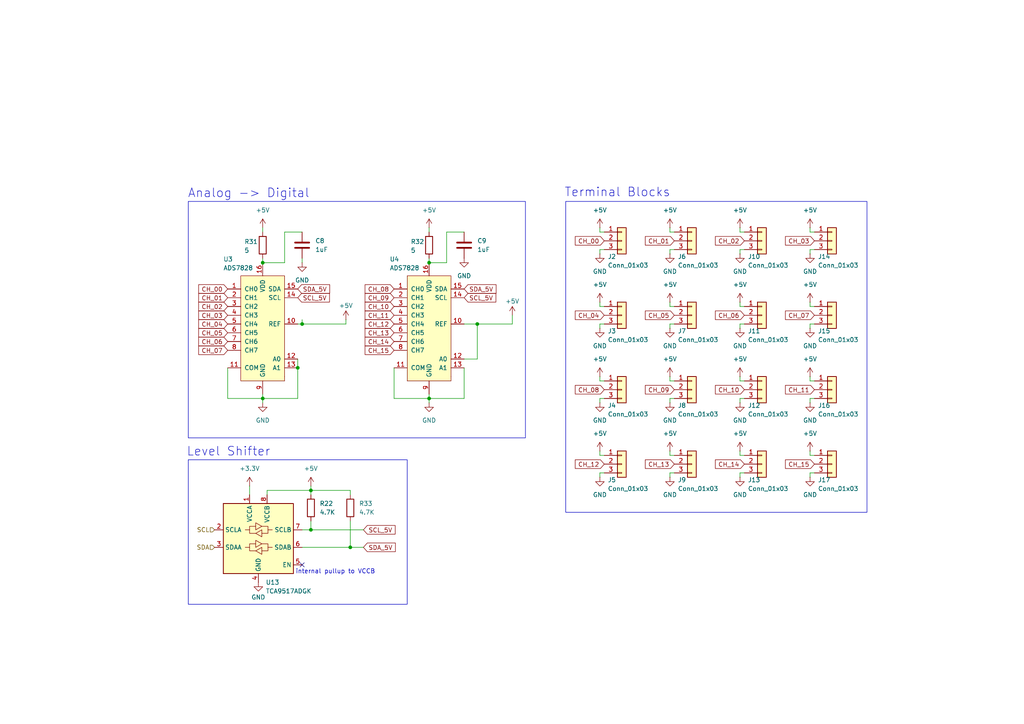
<source format=kicad_sch>
(kicad_sch (version 20250114) (generator "eeschema") (generator_version "9.0")
  (paper "A4")
  (lib_symbols
    (symbol "Analog_ADC:ADS7828" (pin_names (offset 1.016))
      (property "Reference" "U" (at -5.08 15.24 0))
      (property "Value" "ADS7828" (at 5.08 15.24 0))
      (symbol "ADS7828_0_1"
        (rectangle (start -6.35 13.97) (end 6.35 -16.51) (fill (type background)))
        (rectangle (start 6.35 -15.24) (end 6.35 -15.24))
      )
      (symbol "ADS7828_1_1"
        (pin input line (at -10.16 10.16 0) (length 3.81) (name "CH0") (number "1"))
        (pin input line (at -10.16 7.62 0) (length 3.81) (name "CH1") (number "2"))
        (pin input line (at -10.16 5.08 0) (length 3.81) (name "CH2") (number "3"))
        (pin input line (at -10.16 2.54 0) (length 3.81) (name "CH3") (number "4"))
        (pin input line (at -10.16 0 0) (length 3.81) (name "CH4") (number "5"))
        (pin input line (at -10.16 -2.54 0) (length 3.81) (name "CH5") (number "6"))
        (pin input line (at -10.16 -5.08 0) (length 3.81) (name "CH6") (number "7"))
        (pin input line (at -10.16 -7.62 0) (length 3.81) (name "CH7") (number "8"))
        (pin input line (at -10.16 -12.7 0) (length 3.81) (name "COM") (number "11"))
        (pin power_in line (at 0 17.78 270) (length 3.81) (name "VDD") (number "16"))
        (pin power_in line (at 0 -20.32 90) (length 3.81) (name "GND") (number "9"))
        (pin bidirectional line (at 10.16 10.16 180) (length 3.81) (name "SDA") (number "15"))
        (pin input line (at 10.16 7.62 180) (length 3.81) (name "SCL") (number "14"))
        (pin bidirectional line (at 10.16 0 180) (length 3.81) (name "REF") (number "10"))
        (pin input line (at 10.16 -10.16 180) (length 3.81) (name "A0") (number "12"))
        (pin input line (at 10.16 -12.7 180) (length 3.81) (name "A1") (number "13"))
      )
    )
    (symbol "Connector_Generic:Conn_01x03" (pin_names (offset 1.016) (hide yes))
      (property "Reference" "J" (at 0 5.08 0))
      (property "Value" "Conn_01x03" (at 0 -5.08 0))
      (symbol "Conn_01x03_1_1"
        (rectangle (start -1.27 3.81) (end 1.27 -3.81) (stroke (width 0.254)) (fill (type background)))
        (rectangle (start -1.27 2.667) (end 0 2.413) (stroke (width 0.1524)))
        (rectangle (start -1.27 0.127) (end 0 -0.127) (stroke (width 0.1524)))
        (rectangle (start -1.27 -2.413) (end 0 -2.667) (stroke (width 0.1524)))
        (pin passive line (at -5.08 2.54 0) (length 3.81) (name "Pin_1") (number "1"))
        (pin passive line (at -5.08 0 0) (length 3.81) (name "Pin_2") (number "2"))
        (pin passive line (at -5.08 -2.54 0) (length 3.81) (name "Pin_3") (number "3"))
      )
    )
    (symbol "Device:C" (pin_numbers (hide yes)) (pin_names (offset 0.254))
      (property "Reference" "C" (at 0.635 2.54 0))
      (property "Value" "C" (at 0.635 -2.54 0))
      (symbol "C_0_1"
        (polyline (pts (xy -2.032 0.762) (xy 2.032 0.762)) (stroke (width 0.508)))
        (polyline (pts (xy -2.032 -0.762) (xy 2.032 -0.762)) (stroke (width 0.508)))
      )
      (symbol "C_1_1"
        (pin passive line (at 0 3.81 270) (length 2.794) (name "~") (number "1"))
        (pin passive line (at 0 -3.81 90) (length 2.794) (name "~") (number "2"))
      )
    )
    (symbol "Device:R" (pin_numbers (hide yes)) (pin_names (offset 0))
      (property "Reference" "R" (at 2.032 0 90))
      (property "Value" "R" (at 0 0 90))
      (symbol "R_0_1"
        (rectangle (start -1.016 -2.54) (end 1.016 2.54) (stroke (width 0.254)))
      )
      (symbol "R_1_1"
        (pin passive line (at 0 3.81 270) (length 1.27) (name "~") (number "1"))
        (pin passive line (at 0 -3.81 90) (length 1.27) (name "~") (number "2"))
      )
    )
    (symbol "Logic_LevelTranslator:TCA9517ADGK"
      (property "Reference" "U" (at -10.16 11.43 0))
      (property "Value" "TCA9517ADGK" (at 1.27 -11.43 0))
      (symbol "TCA9517ADGK_1_1"
        (rectangle (start -10.16 10.16) (end 10.16 -10.16) (stroke (width 0.254)) (fill (type background)))
        (polyline (pts (xy -2.54 2.54) (xy -2.54 3.556) (xy -0.762 3.556)))
        (polyline (pts (xy -2.54 -2.54) (xy -2.54 -1.524) (xy -0.762 -1.524)))
        (polyline (pts (xy -0.762 2.54) (xy -0.762 4.572) (xy 1.016 3.556) (xy -0.762 2.54)))
        (polyline (pts (xy -0.762 1.524) (xy -2.54 1.524) (xy -2.54 2.54) (xy -3.81 2.54)))
        (polyline (pts (xy -0.762 -2.54) (xy -0.762 -0.508) (xy 1.016 -1.524) (xy -0.762 -2.54)))
        (polyline (pts (xy -0.762 -3.556) (xy -2.54 -3.556) (xy -2.54 -2.54) (xy -3.81 -2.54)))
        (polyline (pts (xy 1.016 3.556) (xy 2.794 3.556) (xy 2.794 2.54) (xy 4.064 2.54)))
        (polyline (pts (xy 1.016 2.54) (xy 1.016 0.762) (xy 1.016 0.508) (xy -0.762 1.524) (xy 1.016 2.54)))
        (polyline (pts (xy 1.016 -1.524) (xy 2.794 -1.524) (xy 2.794 -2.54) (xy 4.064 -2.54)))
        (polyline (pts (xy 1.016 -2.54) (xy 1.016 -4.318) (xy 1.016 -4.572) (xy -0.762 -3.556) (xy 1.016 -2.54)))
        (polyline (pts (xy 2.794 2.54) (xy 2.794 1.524) (xy 1.016 1.524)))
        (polyline (pts (xy 2.794 -2.54) (xy 2.794 -3.556) (xy 1.016 -3.556)))
        (pin bidirectional line (at -12.7 2.54 0) (length 2.54) (name "SCLA") (number "2"))
        (pin bidirectional line (at -12.7 -2.54 0) (length 2.54) (name "SDAA") (number "3"))
        (pin power_in line (at -2.54 12.7 270) (length 2.54) (name "VCCA") (number "1"))
        (pin power_in line (at 0 -12.7 90) (length 2.54) (name "GND") (number "4"))
        (pin power_in line (at 2.54 12.7 270) (length 2.54) (name "VCCB") (number "8"))
        (pin bidirectional line (at 12.7 2.54 180) (length 2.54) (name "SCLB") (number "7"))
        (pin bidirectional line (at 12.7 -2.54 180) (length 2.54) (name "SDAB") (number "6"))
        (pin passive line (at 12.7 -7.62 180) (length 2.54) (name "EN") (number "5"))
      )
    )
    (symbol "power:+3.3V" (power) (pin_numbers (hide yes)) (pin_names (offset 0) (hide yes))
      (property "Value" "+3.3V" (at 0 3.556 0))
      (symbol "+3.3V_0_1"
        (polyline (pts (xy -0.762 1.27) (xy 0 2.54)))
        (polyline (pts (xy 0 2.54) (xy 0.762 1.27)))
        (polyline (pts (xy 0 0) (xy 0 2.54)))
      )
      (symbol "+3.3V_1_1"
        (pin power_in line (at 0 0 90) (length 0) (name "~") (number "1"))
      )
    )
    (symbol "power:+5V" (power) (pin_numbers (hide yes)) (pin_names (offset 0) (hide yes))
      (property "Value" "+5V" (at 0 3.556 0))
      (symbol "+5V_0_1"
        (polyline (pts (xy -0.762 1.27) (xy 0 2.54)))
        (polyline (pts (xy 0 2.54) (xy 0.762 1.27)))
        (polyline (pts (xy 0 0) (xy 0 2.54)))
      )
      (symbol "+5V_1_1"
        (pin power_in line (at 0 0 90) (length 0) (name "~") (number "1"))
      )
    )
    (symbol "power:GND" (power) (pin_numbers (hide yes)) (pin_names (offset 0) (hide yes))
      (property "Value" "GND" (at 0 -3.81 0))
      (symbol "GND_0_1"
        (polyline (pts (xy 0 0) (xy 0 -1.27) (xy 1.27 -1.27) (xy 0 -2.54) (xy -1.27 -1.27) (xy 0 -1.27)))
      )
      (symbol "GND_1_1"
        (pin power_in line (at 0 0 270) (length 0) (name "~") (number "1"))
      )
    )
  )
  (rectangle (start 54.61 58.42) (end 152.4 127))
  (rectangle (start 54.61 133.35) (end 118.11 175.26))
  (rectangle (start 164.084 58.42) (end 251.46 148.59))
  (text "Terminal Blocks" (at 179.07 55.88 0) (effects (font (size 2.54 2.54))))
  (text "Analog -> Digital" (at 72.136 56.134 0) (effects (font (size 2.54 2.54))))
  (text "Level Shifter" (at 66.294 131.064 0) (effects (font (size 2.54 2.54))))
  (text "internal pullup to VCCB" (at 97.282 165.862 0) (effects (font (size 1.27 1.27))))
  (junction (at 124.46 115.57))
  (junction (at 124.46 76.2))
  (junction (at 76.2 115.57))
  (junction (at 86.36 106.68))
  (junction (at 76.2 76.2))
  (junction (at 87.63 93.98))
  (junction (at 90.17 142.24))
  (junction (at 101.6 158.75))
  (junction (at 138.43 93.98))
  (junction (at 90.17 153.67))
  (no_connect (at 87.63 163.83))
  (wire (pts (xy 87.63 158.75) (xy 101.6 158.75)))
  (wire (pts (xy 214.63 138.43) (xy 214.63 137.16)))
  (wire (pts (xy 214.63 72.39) (xy 215.9 72.39)))
  (wire (pts (xy 234.95 66.04) (xy 234.95 67.31)))
  (wire (pts (xy 214.63 66.04) (xy 214.63 67.31)))
  (wire (pts (xy 66.04 106.68) (xy 66.04 115.57)))
  (wire (pts (xy 90.17 153.67) (xy 105.41 153.67)))
  (wire (pts (xy 234.95 67.31) (xy 236.22 67.31)))
  (wire (pts (xy 234.95 95.25) (xy 234.95 93.98)))
  (wire (pts (xy 194.31 66.04) (xy 194.31 67.31)))
  (wire (pts (xy 66.04 115.57) (xy 76.2 115.57)))
  (wire (pts (xy 194.31 130.81) (xy 194.31 132.08)))
  (wire (pts (xy 234.95 93.98) (xy 236.22 93.98)))
  (wire (pts (xy 234.95 138.43) (xy 234.95 137.16)))
  (wire (pts (xy 101.6 143.51) (xy 101.6 142.24)))
  (wire (pts (xy 87.63 153.67) (xy 90.17 153.67)))
  (wire (pts (xy 173.99 95.25) (xy 173.99 93.98)))
  (wire (pts (xy 214.63 116.84) (xy 214.63 115.57)))
  (wire (pts (xy 173.99 110.49) (xy 175.26 110.49)))
  (wire (pts (xy 234.95 132.08) (xy 236.22 132.08)))
  (wire (pts (xy 194.31 72.39) (xy 195.58 72.39)))
  (wire (pts (xy 173.99 67.31) (xy 175.26 67.31)))
  (wire (pts (xy 214.63 130.81) (xy 214.63 132.08)))
  (wire (pts (xy 124.46 115.57) (xy 124.46 116.84)))
  (wire (pts (xy 214.63 137.16) (xy 215.9 137.16)))
  (wire (pts (xy 173.99 130.81) (xy 173.99 132.08)))
  (wire (pts (xy 86.36 104.14) (xy 86.36 106.68)))
  (wire (pts (xy 214.63 93.98) (xy 215.9 93.98)))
  (wire (pts (xy 77.47 142.24) (xy 77.47 143.51)))
  (wire (pts (xy 234.95 116.84) (xy 234.95 115.57)))
  (wire (pts (xy 194.31 95.25) (xy 194.31 93.98)))
  (wire (pts (xy 114.3 115.57) (xy 124.46 115.57)))
  (wire (pts (xy 173.99 115.57) (xy 175.26 115.57)))
  (wire (pts (xy 214.63 110.49) (xy 215.9 110.49)))
  (wire (pts (xy 214.63 88.9) (xy 215.9 88.9)))
  (wire (pts (xy 76.2 74.93) (xy 76.2 76.2)))
  (wire (pts (xy 124.46 76.2) (xy 129.54 76.2)))
  (wire (pts (xy 234.95 72.39) (xy 236.22 72.39)))
  (wire (pts (xy 214.63 67.31) (xy 215.9 67.31)))
  (wire (pts (xy 87.63 67.31) (xy 82.55 67.31)))
  (wire (pts (xy 129.54 67.31) (xy 129.54 76.2)))
  (wire (pts (xy 214.63 115.57) (xy 215.9 115.57)))
  (wire (pts (xy 124.46 114.3) (xy 124.46 115.57)))
  (wire (pts (xy 134.62 93.98) (xy 138.43 93.98)))
  (wire (pts (xy 134.62 104.14) (xy 138.43 104.14)))
  (wire (pts (xy 90.17 151.13) (xy 90.17 153.67)))
  (wire (pts (xy 194.31 93.98) (xy 195.58 93.98)))
  (wire (pts (xy 214.63 73.66) (xy 214.63 72.39)))
  (wire (pts (xy 90.17 143.51) (xy 90.17 142.24)))
  (wire (pts (xy 194.31 137.16) (xy 195.58 137.16)))
  (wire (pts (xy 234.95 115.57) (xy 236.22 115.57)))
  (wire (pts (xy 173.99 88.9) (xy 175.26 88.9)))
  (wire (pts (xy 77.47 142.24) (xy 90.17 142.24)))
  (wire (pts (xy 194.31 110.49) (xy 195.58 110.49)))
  (wire (pts (xy 214.63 87.63) (xy 214.63 88.9)))
  (wire (pts (xy 148.59 91.44) (xy 148.59 93.98)))
  (wire (pts (xy 76.2 115.57) (xy 86.36 115.57)))
  (wire (pts (xy 87.63 92.71) (xy 87.63 93.98)))
  (wire (pts (xy 72.39 140.97) (xy 72.39 143.51)))
  (wire (pts (xy 76.2 115.57) (xy 76.2 116.84)))
  (wire (pts (xy 138.43 93.98) (xy 138.43 104.14)))
  (wire (pts (xy 124.46 74.93) (xy 124.46 76.2)))
  (wire (pts (xy 86.36 115.57) (xy 86.36 106.68)))
  (wire (pts (xy 138.43 93.98) (xy 148.59 93.98)))
  (wire (pts (xy 114.3 106.68) (xy 114.3 115.57)))
  (wire (pts (xy 82.55 76.2) (xy 76.2 76.2)))
  (wire (pts (xy 194.31 109.22) (xy 194.31 110.49)))
  (wire (pts (xy 234.95 87.63) (xy 234.95 88.9)))
  (wire (pts (xy 82.55 67.31) (xy 82.55 76.2)))
  (wire (pts (xy 234.95 130.81) (xy 234.95 132.08)))
  (wire (pts (xy 134.62 106.68) (xy 134.62 115.57)))
  (wire (pts (xy 173.99 73.66) (xy 173.99 72.39)))
  (wire (pts (xy 173.99 137.16) (xy 175.26 137.16)))
  (wire (pts (xy 124.46 115.57) (xy 134.62 115.57)))
  (wire (pts (xy 90.17 142.24) (xy 101.6 142.24)))
  (wire (pts (xy 194.31 67.31) (xy 195.58 67.31)))
  (wire (pts (xy 173.99 132.08) (xy 175.26 132.08)))
  (wire (pts (xy 87.63 74.93) (xy 87.63 76.2)))
  (wire (pts (xy 214.63 95.25) (xy 214.63 93.98)))
  (wire (pts (xy 214.63 109.22) (xy 214.63 110.49)))
  (wire (pts (xy 234.95 88.9) (xy 236.22 88.9)))
  (wire (pts (xy 76.2 66.04) (xy 76.2 67.31)))
  (wire (pts (xy 194.31 88.9) (xy 195.58 88.9)))
  (wire (pts (xy 173.99 93.98) (xy 175.26 93.98)))
  (wire (pts (xy 234.95 137.16) (xy 236.22 137.16)))
  (wire (pts (xy 87.63 93.98) (xy 100.33 93.98)))
  (wire (pts (xy 173.99 138.43) (xy 173.99 137.16)))
  (wire (pts (xy 234.95 110.49) (xy 236.22 110.49)))
  (wire (pts (xy 234.95 73.66) (xy 234.95 72.39)))
  (wire (pts (xy 194.31 73.66) (xy 194.31 72.39)))
  (wire (pts (xy 194.31 132.08) (xy 195.58 132.08)))
  (wire (pts (xy 214.63 132.08) (xy 215.9 132.08)))
  (wire (pts (xy 194.31 116.84) (xy 194.31 115.57)))
  (wire (pts (xy 173.99 72.39) (xy 175.26 72.39)))
  (wire (pts (xy 194.31 138.43) (xy 194.31 137.16)))
  (wire (pts (xy 90.17 140.97) (xy 90.17 142.24)))
  (wire (pts (xy 101.6 158.75) (xy 105.41 158.75)))
  (wire (pts (xy 194.31 87.63) (xy 194.31 88.9)))
  (wire (pts (xy 194.31 115.57) (xy 195.58 115.57)))
  (wire (pts (xy 101.6 151.13) (xy 101.6 158.75)))
  (wire (pts (xy 173.99 109.22) (xy 173.99 110.49)))
  (wire (pts (xy 173.99 116.84) (xy 173.99 115.57)))
  (wire (pts (xy 86.36 93.98) (xy 87.63 93.98)))
  (wire (pts (xy 173.99 66.04) (xy 173.99 67.31)))
  (wire (pts (xy 134.62 67.31) (xy 129.54 67.31)))
  (wire (pts (xy 173.99 87.63) (xy 173.99 88.9)))
  (wire (pts (xy 234.95 109.22) (xy 234.95 110.49)))
  (wire (pts (xy 100.33 92.71) (xy 100.33 93.98)))
  (wire (pts (xy 76.2 114.3) (xy 76.2 115.57)))
  (wire (pts (xy 124.46 66.04) (xy 124.46 67.31)))
  (global_label "SCL_5V" (shape input) (at 134.62 86.36 0) (property "Intersheetrefs" "${INTERSHEET_REFS}" (effects (hide yes))))
  (global_label "CH_13" (shape input) (at 195.58 134.62 180) (property "Intersheetrefs" "${INTERSHEET_REFS}" (effects (hide yes))))
  (global_label "CH_07" (shape input) (at 66.04 101.6 180) (property "Intersheetrefs" "${INTERSHEET_REFS}" (effects (hide yes))))
  (global_label "CH_04" (shape input) (at 175.26 91.44 180) (property "Intersheetrefs" "${INTERSHEET_REFS}" (effects (hide yes))))
  (global_label "CH_07" (shape input) (at 236.22 91.44 180) (property "Intersheetrefs" "${INTERSHEET_REFS}" (effects (hide yes))))
  (global_label "CH_13" (shape input) (at 114.3 96.52 180) (property "Intersheetrefs" "${INTERSHEET_REFS}" (effects (hide yes))))
  (global_label "CH_00" (shape input) (at 66.04 83.82 180) (property "Intersheetrefs" "${INTERSHEET_REFS}" (effects (hide yes))))
  (global_label "CH_12" (shape input) (at 114.3 93.98 180) (property "Intersheetrefs" "${INTERSHEET_REFS}" (effects (hide yes))))
  (global_label "CH_01" (shape input) (at 195.58 69.85 180) (property "Intersheetrefs" "${INTERSHEET_REFS}" (effects (hide yes))))
  (global_label "CH_09" (shape input) (at 114.3 86.36 180) (property "Intersheetrefs" "${INTERSHEET_REFS}" (effects (hide yes))))
  (global_label "CH_02" (shape input) (at 66.04 88.9 180) (property "Intersheetrefs" "${INTERSHEET_REFS}" (effects (hide yes))))
  (global_label "CH_05" (shape input) (at 195.58 91.44 180) (property "Intersheetrefs" "${INTERSHEET_REFS}" (effects (hide yes))))
  (global_label "CH_12" (shape input) (at 175.26 134.62 180) (property "Intersheetrefs" "${INTERSHEET_REFS}" (effects (hide yes))))
  (global_label "CH_03" (shape input) (at 66.04 91.44 180) (property "Intersheetrefs" "${INTERSHEET_REFS}" (effects (hide yes))))
  (global_label "CH_03" (shape input) (at 236.22 69.85 180) (property "Intersheetrefs" "${INTERSHEET_REFS}" (effects (hide yes))))
  (global_label "CH_05" (shape input) (at 66.04 96.52 180) (property "Intersheetrefs" "${INTERSHEET_REFS}" (effects (hide yes))))
  (global_label "CH_11" (shape input) (at 114.3 91.44 180) (property "Intersheetrefs" "${INTERSHEET_REFS}" (effects (hide yes))))
  (global_label "SDA_5V" (shape input) (at 134.62 83.82 0) (property "Intersheetrefs" "${INTERSHEET_REFS}" (effects (hide yes))))
  (global_label "SCL_5V" (shape input) (at 105.41 153.67 0) (property "Intersheetrefs" "${INTERSHEET_REFS}" (effects (hide yes))))
  (global_label "CH_02" (shape input) (at 215.9 69.85 180) (property "Intersheetrefs" "${INTERSHEET_REFS}" (effects (hide yes))))
  (global_label "CH_14" (shape input) (at 215.9 134.62 180) (property "Intersheetrefs" "${INTERSHEET_REFS}" (effects (hide yes))))
  (global_label "CH_00" (shape input) (at 175.26 69.85 180) (property "Intersheetrefs" "${INTERSHEET_REFS}" (effects (hide yes))))
  (global_label "CH_04" (shape input) (at 66.04 93.98 180) (property "Intersheetrefs" "${INTERSHEET_REFS}" (effects (hide yes))))
  (global_label "CH_06" (shape input) (at 215.9 91.44 180) (property "Intersheetrefs" "${INTERSHEET_REFS}" (effects (hide yes))))
  (global_label "SDA_5V" (shape input) (at 105.41 158.75 0) (property "Intersheetrefs" "${INTERSHEET_REFS}" (effects (hide yes))))
  (global_label "SDA_5V" (shape input) (at 86.36 83.82 0) (property "Intersheetrefs" "${INTERSHEET_REFS}" (effects (hide yes))))
  (global_label "CH_01" (shape input) (at 66.04 86.36 180) (property "Intersheetrefs" "${INTERSHEET_REFS}" (effects (hide yes))))
  (global_label "CH_15" (shape input) (at 114.3 101.6 180) (property "Intersheetrefs" "${INTERSHEET_REFS}" (effects (hide yes))))
  (global_label "CH_10" (shape input) (at 215.9 113.03 180) (property "Intersheetrefs" "${INTERSHEET_REFS}" (effects (hide yes))))
  (global_label "CH_14" (shape input) (at 114.3 99.06 180) (property "Intersheetrefs" "${INTERSHEET_REFS}" (effects (hide yes))))
  (global_label "CH_08" (shape input) (at 114.3 83.82 180) (property "Intersheetrefs" "${INTERSHEET_REFS}" (effects (hide yes))))
  (global_label "CH_11" (shape input) (at 236.22 113.03 180) (property "Intersheetrefs" "${INTERSHEET_REFS}" (effects (hide yes))))
  (global_label "CH_09" (shape input) (at 195.58 113.03 180) (property "Intersheetrefs" "${INTERSHEET_REFS}" (effects (hide yes))))
  (global_label "CH_10" (shape input) (at 114.3 88.9 180) (property "Intersheetrefs" "${INTERSHEET_REFS}" (effects (hide yes))))
  (global_label "CH_06" (shape input) (at 66.04 99.06 180) (property "Intersheetrefs" "${INTERSHEET_REFS}" (effects (hide yes))))
  (global_label "CH_08" (shape input) (at 175.26 113.03 180) (property "Intersheetrefs" "${INTERSHEET_REFS}" (effects (hide yes))))
  (global_label "CH_15" (shape input) (at 236.22 134.62 180) (property "Intersheetrefs" "${INTERSHEET_REFS}" (effects (hide yes))))
  (global_label "SCL_5V" (shape input) (at 86.36 86.36 0) (property "Intersheetrefs" "${INTERSHEET_REFS}" (effects (hide yes))))
  (hierarchical_label "SDA" (shape input) (at 62.23 158.75 180))
  (hierarchical_label "SCL" (shape input) (at 62.23 153.67 180))
  (symbol (lib_id "power:+5V") (at 173.99 66.04 0) (unit 1)
    (property "Reference" "#PWR022" (effects (hide yes)))
    (property "Value" "+5V" (at 173.99 60.96 0))
    (property "Description" "Power symbol creates a global label with name \"+5V\"" (effects (hide yes)))
  )
  (symbol (lib_id "power:+5V") (at 234.95 87.63 0) (unit 1)
    (property "Reference" "#PWR048" (effects (hide yes)))
    (property "Value" "+5V" (at 234.95 82.55 0))
    (property "Description" "Power symbol creates a global label with name \"+5V\"" (effects (hide yes)))
  )
  (symbol (lib_id "power:+5V") (at 194.31 66.04 0) (unit 1)
    (property "Reference" "#PWR030" (effects (hide yes)))
    (property "Value" "+5V" (at 194.31 60.96 0))
    (property "Description" "Power symbol creates a global label with name \"+5V\"" (effects (hide yes)))
  )
  (symbol (lib_id "power:+5V") (at 214.63 87.63 0) (unit 1)
    (property "Reference" "#PWR040" (effects (hide yes)))
    (property "Value" "+5V" (at 214.63 82.55 0))
    (property "Description" "Power symbol creates a global label with name \"+5V\"" (effects (hide yes)))
  )
  (symbol (lib_id "Connector_Generic:Conn_01x03") (at 220.98 113.03 0) (unit 1)
    (property "Reference" "J12" (at 216.916 117.602 0) (effects (justify left)))
    (property "Value" "Conn_01x03" (at 216.916 120.142 0) (effects (justify left)))
    (property "Footprint" "TerminalBlock_Phoenix:TerminalBlock_Phoenix_MPT-0,5-3-2.54_1x03_P2.54mm_Horizontal" (effects (hide yes)))
    (property "Description" "Generic connector, single row, 01x03, script generated (kicad-library-utils/schlib/autogen/connector/)" (effects (hide yes)))
  )
  (symbol (lib_id "power:GND") (at 214.63 138.43 0) (unit 1)
    (property "Reference" "#PWR045" (effects (hide yes)))
    (property "Value" "GND" (at 214.63 143.51 0))
    (property "Description" "Power symbol creates a global label with name \"GND\" , ground" (effects (hide yes)))
  )
  (symbol (lib_id "Connector_Generic:Conn_01x03") (at 220.98 69.85 0) (unit 1)
    (property "Reference" "J10" (at 216.916 74.422 0) (effects (justify left)))
    (property "Value" "Conn_01x03" (at 216.916 76.962 0) (effects (justify left)))
    (property "Footprint" "TerminalBlock_Phoenix:TerminalBlock_Phoenix_MPT-0,5-3-2.54_1x03_P2.54mm_Horizontal" (effects (hide yes)))
    (property "Description" "Generic connector, single row, 01x03, script generated (kicad-library-utils/schlib/autogen/connector/)" (effects (hide yes)))
  )
  (symbol (lib_id "Analog_ADC:ADS7828") (at 124.46 93.98 0) (unit 1)
    (property "Reference" "U4" (at 113.03 75.184 0) (effects (justify left)))
    (property "Value" "ADS7828" (at 113.03 77.724 0) (effects (justify left)))
    (property "Footprint" "Package_SO:TSSOP-16_4.4x5mm_P0.65mm" (effects (hide yes)))
    (property "Datasheet" "http://www.ti.com/lit/ds/symlink/ads7828.pdf" (effects (hide yes)))
    (property "Description" "12-Bits, 8-Channels, ADC, I2C, TSSOP-16" (effects (hide yes)))
  )
  (symbol (lib_id "Connector_Generic:Conn_01x03") (at 200.66 91.44 0) (unit 1)
    (property "Reference" "J7" (at 196.596 96.012 0) (effects (justify left)))
    (property "Value" "Conn_01x03" (at 196.596 98.552 0) (effects (justify left)))
    (property "Footprint" "TerminalBlock_Phoenix:TerminalBlock_Phoenix_MPT-0,5-3-2.54_1x03_P2.54mm_Horizontal" (effects (hide yes)))
    (property "Description" "Generic connector, single row, 01x03, script generated (kicad-library-utils/schlib/autogen/connector/)" (effects (hide yes)))
  )
  (symbol (lib_id "power:GND") (at 214.63 116.84 0) (unit 1)
    (property "Reference" "#PWR043" (effects (hide yes)))
    (property "Value" "GND" (at 214.63 121.92 0))
    (property "Description" "Power symbol creates a global label with name \"GND\" , ground" (effects (hide yes)))
  )
  (symbol (lib_id "power:GND") (at 234.95 95.25 0) (unit 1)
    (property "Reference" "#PWR049" (effects (hide yes)))
    (property "Value" "GND" (at 234.95 100.33 0))
    (property "Description" "Power symbol creates a global label with name \"GND\" , ground" (effects (hide yes)))
  )
  (symbol (lib_id "power:+5V") (at 76.2 66.04 0) (unit 1)
    (property "Reference" "#PWR013" (effects (hide yes)))
    (property "Value" "+5V" (at 76.2 60.96 0))
    (property "Description" "Power symbol creates a global label with name \"+5V\"" (effects (hide yes)))
  )
  (symbol (lib_id "power:+5V") (at 173.99 109.22 0) (unit 1)
    (property "Reference" "#PWR026" (effects (hide yes)))
    (property "Value" "+5V" (at 173.99 104.14 0))
    (property "Description" "Power symbol creates a global label with name \"+5V\"" (effects (hide yes)))
  )
  (symbol (lib_id "power:GND") (at 194.31 116.84 0) (unit 1)
    (property "Reference" "#PWR035" (effects (hide yes)))
    (property "Value" "GND" (at 194.31 121.92 0))
    (property "Description" "Power symbol creates a global label with name \"GND\" , ground" (effects (hide yes)))
  )
  (symbol (lib_id "power:GND") (at 87.63 76.2 0) (unit 1)
    (property "Reference" "#PWR015" (effects (hide yes)))
    (property "Value" "GND" (at 87.63 81.28 0))
    (property "Description" "Power symbol creates a global label with name \"GND\" , ground" (effects (hide yes)))
  )
  (symbol (lib_id "power:+5V") (at 194.31 87.63 0) (unit 1)
    (property "Reference" "#PWR032" (effects (hide yes)))
    (property "Value" "+5V" (at 194.31 82.55 0))
    (property "Description" "Power symbol creates a global label with name \"+5V\"" (effects (hide yes)))
  )
  (symbol (lib_id "power:GND") (at 173.99 73.66 0) (unit 1)
    (property "Reference" "#PWR023" (effects (hide yes)))
    (property "Value" "GND" (at 173.99 78.74 0))
    (property "Description" "Power symbol creates a global label with name \"GND\" , ground" (effects (hide yes)))
  )
  (symbol (lib_id "Analog_ADC:ADS7828") (at 76.2 93.98 0) (unit 1)
    (property "Reference" "U3" (at 64.77 75.184 0) (effects (justify left)))
    (property "Value" "ADS7828" (at 64.77 77.724 0) (effects (justify left)))
    (property "Footprint" "Package_SO:TSSOP-16_4.4x5mm_P0.65mm" (effects (hide yes)))
    (property "Datasheet" "http://www.ti.com/lit/ds/symlink/ads7828.pdf" (effects (hide yes)))
    (property "Description" "12-Bits, 8-Channels, ADC, I2C, TSSOP-16" (effects (hide yes)))
  )
  (symbol (lib_id "power:GND") (at 194.31 138.43 0) (unit 1)
    (property "Reference" "#PWR037" (effects (hide yes)))
    (property "Value" "GND" (at 194.31 143.51 0))
    (property "Description" "Power symbol creates a global label with name \"GND\" , ground" (effects (hide yes)))
  )
  (symbol (lib_id "Device:C") (at 87.63 71.12 0) (unit 1)
    (property "Reference" "C8" (at 91.44 69.8499 0) (effects (justify left)))
    (property "Value" "1uF" (at 91.44 72.3899 0) (effects (justify left)))
    (property "Footprint" "Capacitor_SMD:C_0603_1608Metric" (effects (hide yes)))
    (property "Description" "Unpolarized capacitor" (effects (hide yes)))
  )
  (symbol (lib_id "power:+5V") (at 90.17 140.97 0) (unit 1)
    (property "Reference" "#PWR0119" (effects (hide yes)))
    (property "Value" "+5V" (at 90.17 135.89 0))
    (property "Description" "Power symbol creates a global label with name \"+5V\"" (effects (hide yes)))
  )
  (symbol (lib_id "power:+5V") (at 234.95 130.81 0) (unit 1)
    (property "Reference" "#PWR052" (effects (hide yes)))
    (property "Value" "+5V" (at 234.95 125.73 0))
    (property "Description" "Power symbol creates a global label with name \"+5V\"" (effects (hide yes)))
  )
  (symbol (lib_id "power:GND") (at 194.31 73.66 0) (unit 1)
    (property "Reference" "#PWR031" (effects (hide yes)))
    (property "Value" "GND" (at 194.31 78.74 0))
    (property "Description" "Power symbol creates a global label with name \"GND\" , ground" (effects (hide yes)))
  )
  (symbol (lib_id "power:+5V") (at 173.99 130.81 0) (unit 1)
    (property "Reference" "#PWR028" (effects (hide yes)))
    (property "Value" "+5V" (at 173.99 125.73 0))
    (property "Description" "Power symbol creates a global label with name \"+5V\"" (effects (hide yes)))
  )
  (symbol (lib_id "power:GND") (at 234.95 73.66 0) (unit 1)
    (property "Reference" "#PWR047" (effects (hide yes)))
    (property "Value" "GND" (at 234.95 78.74 0))
    (property "Description" "Power symbol creates a global label with name \"GND\" , ground" (effects (hide yes)))
  )
  (symbol (lib_id "power:GND") (at 76.2 116.84 0) (unit 1)
    (property "Reference" "#PWR014" (effects (hide yes)))
    (property "Value" "GND" (at 76.2 121.92 0))
    (property "Description" "Power symbol creates a global label with name \"GND\" , ground" (effects (hide yes)))
  )
  (symbol (lib_id "power:+5V") (at 214.63 130.81 0) (unit 1)
    (property "Reference" "#PWR044" (effects (hide yes)))
    (property "Value" "+5V" (at 214.63 125.73 0))
    (property "Description" "Power symbol creates a global label with name \"+5V\"" (effects (hide yes)))
  )
  (symbol (lib_id "Connector_Generic:Conn_01x03") (at 200.66 134.62 0) (unit 1)
    (property "Reference" "J9" (at 196.596 139.192 0) (effects (justify left)))
    (property "Value" "Conn_01x03" (at 196.596 141.732 0) (effects (justify left)))
    (property "Footprint" "TerminalBlock_Phoenix:TerminalBlock_Phoenix_MPT-0,5-3-2.54_1x03_P2.54mm_Horizontal" (effects (hide yes)))
    (property "Description" "Generic connector, single row, 01x03, script generated (kicad-library-utils/schlib/autogen/connector/)" (effects (hide yes)))
  )
  (symbol (lib_id "Connector_Generic:Conn_01x03") (at 180.34 91.44 0) (unit 1)
    (property "Reference" "J3" (at 176.276 96.012 0) (effects (justify left)))
    (property "Value" "Conn_01x03" (at 176.276 98.552 0) (effects (justify left)))
    (property "Footprint" "TerminalBlock_Phoenix:TerminalBlock_Phoenix_MPT-0,5-3-2.54_1x03_P2.54mm_Horizontal" (effects (hide yes)))
    (property "Description" "Generic connector, single row, 01x03, script generated (kicad-library-utils/schlib/autogen/connector/)" (effects (hide yes)))
  )
  (symbol (lib_id "Connector_Generic:Conn_01x03") (at 241.3 91.44 0) (unit 1)
    (property "Reference" "J15" (at 237.236 96.012 0) (effects (justify left)))
    (property "Value" "Conn_01x03" (at 237.236 98.552 0) (effects (justify left)))
    (property "Footprint" "TerminalBlock_Phoenix:TerminalBlock_Phoenix_MPT-0,5-3-2.54_1x03_P2.54mm_Horizontal" (effects (hide yes)))
    (property "Description" "Generic connector, single row, 01x03, script generated (kicad-library-utils/schlib/autogen/connector/)" (effects (hide yes)))
  )
  (symbol (lib_id "Device:R") (at 90.17 147.32 0) (unit 1)
    (property "Reference" "R22" (at 92.71 146.0499 0) (effects (justify left)))
    (property "Value" "4.7K" (at 92.71 148.5899 0) (effects (justify left)))
    (property "Footprint" "Resistor_SMD:R_0402_1005Metric" (effects (hide yes)))
    (property "Description" "Resistor" (effects (hide yes)))
  )
  (symbol (lib_id "power:+5V") (at 234.95 66.04 0) (unit 1)
    (property "Reference" "#PWR046" (effects (hide yes)))
    (property "Value" "+5V" (at 234.95 60.96 0))
    (property "Description" "Power symbol creates a global label with name \"+5V\"" (effects (hide yes)))
  )
  (symbol (lib_id "Connector_Generic:Conn_01x03") (at 220.98 91.44 0) (unit 1)
    (property "Reference" "J11" (at 216.916 96.012 0) (effects (justify left)))
    (property "Value" "Conn_01x03" (at 216.916 98.552 0) (effects (justify left)))
    (property "Footprint" "TerminalBlock_Phoenix:TerminalBlock_Phoenix_MPT-0,5-3-2.54_1x03_P2.54mm_Horizontal" (effects (hide yes)))
    (property "Description" "Generic connector, single row, 01x03, script generated (kicad-library-utils/schlib/autogen/connector/)" (effects (hide yes)))
  )
  (symbol (lib_id "Connector_Generic:Conn_01x03") (at 180.34 113.03 0) (unit 1)
    (property "Reference" "J4" (at 176.276 117.602 0) (effects (justify left)))
    (property "Value" "Conn_01x03" (at 176.276 120.142 0) (effects (justify left)))
    (property "Footprint" "TerminalBlock_Phoenix:TerminalBlock_Phoenix_MPT-0,5-3-2.54_1x03_P2.54mm_Horizontal" (effects (hide yes)))
    (property "Description" "Generic connector, single row, 01x03, script generated (kicad-library-utils/schlib/autogen/connector/)" (effects (hide yes)))
  )
  (symbol (lib_id "Device:R") (at 101.6 147.32 0) (unit 1)
    (property "Reference" "R33" (at 104.14 146.0499 0) (effects (justify left)))
    (property "Value" "4.7K" (at 104.14 148.5899 0) (effects (justify left)))
    (property "Footprint" "Resistor_SMD:R_0402_1005Metric" (effects (hide yes)))
    (property "Description" "Resistor" (effects (hide yes)))
  )
  (symbol (lib_id "Connector_Generic:Conn_01x03") (at 200.66 69.85 0) (unit 1)
    (property "Reference" "J6" (at 196.596 74.422 0) (effects (justify left)))
    (property "Value" "Conn_01x03" (at 196.596 76.962 0) (effects (justify left)))
    (property "Footprint" "TerminalBlock_Phoenix:TerminalBlock_Phoenix_MPT-0,5-3-2.54_1x03_P2.54mm_Horizontal" (effects (hide yes)))
    (property "Description" "Generic connector, single row, 01x03, script generated (kicad-library-utils/schlib/autogen/connector/)" (effects (hide yes)))
  )
  (symbol (lib_id "power:+3.3V") (at 72.39 140.97 0) (unit 1)
    (property "Reference" "#PWR0120" (effects (hide yes)))
    (property "Value" "+3.3V" (at 72.39 135.89 0))
    (property "Description" "Power symbol creates a global label with name \"+3.3V\"" (effects (hide yes)))
  )
  (symbol (lib_id "power:GND") (at 173.99 138.43 0) (unit 1)
    (property "Reference" "#PWR029" (effects (hide yes)))
    (property "Value" "GND" (at 173.99 143.51 0))
    (property "Description" "Power symbol creates a global label with name \"GND\" , ground" (effects (hide yes)))
  )
  (symbol (lib_id "Connector_Generic:Conn_01x03") (at 180.34 69.85 0) (unit 1)
    (property "Reference" "J2" (at 176.276 74.422 0) (effects (justify left)))
    (property "Value" "Conn_01x03" (at 176.276 76.962 0) (effects (justify left)))
    (property "Footprint" "TerminalBlock_Phoenix:TerminalBlock_Phoenix_MPT-0,5-3-2.54_1x03_P2.54mm_Horizontal" (effects (hide yes)))
    (property "Description" "Generic connector, single row, 01x03, script generated (kicad-library-utils/schlib/autogen/connector/)" (effects (hide yes)))
  )
  (symbol (lib_id "Device:R") (at 124.46 71.12 0) (unit 1)
    (property "Reference" "R32" (at 119.126 70.104 0) (effects (justify left)))
    (property "Value" "5" (at 119.126 72.644 0) (effects (justify left)))
    (property "Footprint" "Resistor_SMD:R_0402_1005Metric" (effects (hide yes)))
    (property "Description" "Resistor" (effects (hide yes)))
  )
  (symbol (lib_id "Device:R") (at 76.2 71.12 0) (unit 1)
    (property "Reference" "R31" (at 70.866 70.104 0) (effects (justify left)))
    (property "Value" "5" (at 70.866 72.644 0) (effects (justify left)))
    (property "Footprint" "Resistor_SMD:R_0402_1005Metric" (effects (hide yes)))
    (property "Description" "Resistor" (effects (hide yes)))
  )
  (symbol (lib_id "Connector_Generic:Conn_01x03") (at 241.3 69.85 0) (unit 1)
    (property "Reference" "J14" (at 237.236 74.422 0) (effects (justify left)))
    (property "Value" "Conn_01x03" (at 237.236 76.962 0) (effects (justify left)))
    (property "Footprint" "TerminalBlock_Phoenix:TerminalBlock_Phoenix_MPT-0,5-3-2.54_1x03_P2.54mm_Horizontal" (effects (hide yes)))
    (property "Description" "Generic connector, single row, 01x03, script generated (kicad-library-utils/schlib/autogen/connector/)" (effects (hide yes)))
  )
  (symbol (lib_id "power:+5V") (at 234.95 109.22 0) (unit 1)
    (property "Reference" "#PWR050" (effects (hide yes)))
    (property "Value" "+5V" (at 234.95 104.14 0))
    (property "Description" "Power symbol creates a global label with name \"+5V\"" (effects (hide yes)))
  )
  (symbol (lib_id "power:+5V") (at 100.33 92.71 0) (unit 1)
    (property "Reference" "#PWR016" (effects (hide yes)))
    (property "Value" "+5V" (at 100.33 88.646 0))
    (property "Description" "Power symbol creates a global label with name \"+5V\"" (effects (hide yes)))
  )
  (symbol (lib_id "Logic_LevelTranslator:TCA9517ADGK") (at 74.93 156.21 0) (unit 1)
    (property "Reference" "U13" (at 77.0733 168.91 0) (effects (justify left)))
    (property "Value" "TCA9517ADGK" (at 77.0733 171.45 0) (effects (justify left)))
    (property "Footprint" "Package_SO:VSSOP-8_3x3mm_P0.65mm" (effects (hide yes)))
    (property "Datasheet" "https://www.ti.com/lit/ds/symlink/tca9517a.pdf" (effects (hide yes)))
    (property "Description" "Level-Translating I2C Bus Buffer/Repeater, VSSOP-8" (effects (hide yes)))
  )
  (symbol (lib_id "power:+5V") (at 194.31 130.81 0) (unit 1)
    (property "Reference" "#PWR036" (effects (hide yes)))
    (property "Value" "+5V" (at 194.31 125.73 0))
    (property "Description" "Power symbol creates a global label with name \"+5V\"" (effects (hide yes)))
  )
  (symbol (lib_id "Device:C") (at 134.62 71.12 0) (unit 1)
    (property "Reference" "C9" (at 138.43 69.8499 0) (effects (justify left)))
    (property "Value" "1uF" (at 138.43 72.3899 0) (effects (justify left)))
    (property "Footprint" "Capacitor_SMD:C_0603_1608Metric" (effects (hide yes)))
    (property "Description" "Unpolarized capacitor" (effects (hide yes)))
  )
  (symbol (lib_id "power:GND") (at 124.46 116.84 0) (unit 1)
    (property "Reference" "#PWR018" (effects (hide yes)))
    (property "Value" "GND" (at 124.46 121.92 0))
    (property "Description" "Power symbol creates a global label with name \"GND\" , ground" (effects (hide yes)))
  )
  (symbol (lib_id "power:GND") (at 194.31 95.25 0) (unit 1)
    (property "Reference" "#PWR033" (effects (hide yes)))
    (property "Value" "GND" (at 194.31 100.33 0))
    (property "Description" "Power symbol creates a global label with name \"GND\" , ground" (effects (hide yes)))
  )
  (symbol (lib_id "power:+5V") (at 124.46 66.04 0) (unit 1)
    (property "Reference" "#PWR017" (effects (hide yes)))
    (property "Value" "+5V" (at 124.46 60.96 0))
    (property "Description" "Power symbol creates a global label with name \"+5V\"" (effects (hide yes)))
  )
  (symbol (lib_id "power:+5V") (at 148.59 91.44 0) (unit 1)
    (property "Reference" "#PWR021" (effects (hide yes)))
    (property "Value" "+5V" (at 148.59 87.376 0))
    (property "Description" "Power symbol creates a global label with name \"+5V\"" (effects (hide yes)))
  )
  (symbol (lib_id "power:+5V") (at 173.99 87.63 0) (unit 1)
    (property "Reference" "#PWR024" (effects (hide yes)))
    (property "Value" "+5V" (at 173.99 82.55 0))
    (property "Description" "Power symbol creates a global label with name \"+5V\"" (effects (hide yes)))
  )
  (symbol (lib_id "Connector_Generic:Conn_01x03") (at 200.66 113.03 0) (unit 1)
    (property "Reference" "J8" (at 196.596 117.602 0) (effects (justify left)))
    (property "Value" "Conn_01x03" (at 196.596 120.142 0) (effects (justify left)))
    (property "Footprint" "TerminalBlock_Phoenix:TerminalBlock_Phoenix_MPT-0,5-3-2.54_1x03_P2.54mm_Horizontal" (effects (hide yes)))
    (property "Description" "Generic connector, single row, 01x03, script generated (kicad-library-utils/schlib/autogen/connector/)" (effects (hide yes)))
  )
  (symbol (lib_id "power:GND") (at 234.95 116.84 0) (unit 1)
    (property "Reference" "#PWR051" (effects (hide yes)))
    (property "Value" "GND" (at 234.95 121.92 0))
    (property "Description" "Power symbol creates a global label with name \"GND\" , ground" (effects (hide yes)))
  )
  (symbol (lib_id "power:GND") (at 134.62 74.93 0) (unit 1)
    (property "Reference" "#PWR019" (effects (hide yes)))
    (property "Value" "GND" (at 134.62 80.01 0))
    (property "Description" "Power symbol creates a global label with name \"GND\" , ground" (effects (hide yes)))
  )
  (symbol (lib_id "power:GND") (at 173.99 95.25 0) (unit 1)
    (property "Reference" "#PWR025" (effects (hide yes)))
    (property "Value" "GND" (at 173.99 100.33 0))
    (property "Description" "Power symbol creates a global label with name \"GND\" , ground" (effects (hide yes)))
  )
  (symbol (lib_id "power:GND") (at 234.95 138.43 0) (unit 1)
    (property "Reference" "#PWR053" (effects (hide yes)))
    (property "Value" "GND" (at 234.95 143.51 0))
    (property "Description" "Power symbol creates a global label with name \"GND\" , ground" (effects (hide yes)))
  )
  (symbol (lib_id "power:GND") (at 173.99 116.84 0) (unit 1)
    (property "Reference" "#PWR027" (effects (hide yes)))
    (property "Value" "GND" (at 173.99 121.92 0))
    (property "Description" "Power symbol creates a global label with name \"GND\" , ground" (effects (hide yes)))
  )
  (symbol (lib_id "power:GND") (at 74.93 168.91 0) (unit 1)
    (property "Reference" "#PWR0121" (effects (hide yes)))
    (property "Value" "GND" (at 74.93 173.228 0))
    (property "Description" "Power symbol creates a global label with name \"GND\" , ground" (effects (hide yes)))
  )
  (symbol (lib_id "Connector_Generic:Conn_01x03") (at 241.3 113.03 0) (unit 1)
    (property "Reference" "J16" (at 237.236 117.602 0) (effects (justify left)))
    (property "Value" "Conn_01x03" (at 237.236 120.142 0) (effects (justify left)))
    (property "Footprint" "TerminalBlock_Phoenix:TerminalBlock_Phoenix_MPT-0,5-3-2.54_1x03_P2.54mm_Horizontal" (effects (hide yes)))
    (property "Description" "Generic connector, single row, 01x03, script generated (kicad-library-utils/schlib/autogen/connector/)" (effects (hide yes)))
  )
  (symbol (lib_id "Connector_Generic:Conn_01x03") (at 180.34 134.62 0) (unit 1)
    (property "Reference" "J5" (at 176.276 139.192 0) (effects (justify left)))
    (property "Value" "Conn_01x03" (at 176.276 141.732 0) (effects (justify left)))
    (property "Footprint" "TerminalBlock_Phoenix:TerminalBlock_Phoenix_MPT-0,5-3-2.54_1x03_P2.54mm_Horizontal" (effects (hide yes)))
    (property "Description" "Generic connector, single row, 01x03, script generated (kicad-library-utils/schlib/autogen/connector/)" (effects (hide yes)))
  )
  (symbol (lib_id "power:+5V") (at 214.63 109.22 0) (unit 1)
    (property "Reference" "#PWR042" (effects (hide yes)))
    (property "Value" "+5V" (at 214.63 104.14 0))
    (property "Description" "Power symbol creates a global label with name \"+5V\"" (effects (hide yes)))
  )
  (symbol (lib_id "Connector_Generic:Conn_01x03") (at 220.98 134.62 0) (unit 1)
    (property "Reference" "J13" (at 216.916 139.192 0) (effects (justify left)))
    (property "Value" "Conn_01x03" (at 216.916 141.732 0) (effects (justify left)))
    (property "Footprint" "TerminalBlock_Phoenix:TerminalBlock_Phoenix_MPT-0,5-3-2.54_1x03_P2.54mm_Horizontal" (effects (hide yes)))
    (property "Description" "Generic connector, single row, 01x03, script generated (kicad-library-utils/schlib/autogen/connector/)" (effects (hide yes)))
  )
  (symbol (lib_id "power:+5V") (at 194.31 109.22 0) (unit 1)
    (property "Reference" "#PWR034" (effects (hide yes)))
    (property "Value" "+5V" (at 194.31 104.14 0))
    (property "Description" "Power symbol creates a global label with name \"+5V\"" (effects (hide yes)))
  )
  (symbol (lib_id "power:GND") (at 214.63 73.66 0) (unit 1)
    (property "Reference" "#PWR039" (effects (hide yes)))
    (property "Value" "GND" (at 214.63 78.74 0))
    (property "Description" "Power symbol creates a global label with name \"GND\" , ground" (effects (hide yes)))
  )
  (symbol (lib_id "power:+5V") (at 214.63 66.04 0) (unit 1)
    (property "Reference" "#PWR038" (effects (hide yes)))
    (property "Value" "+5V" (at 214.63 60.96 0))
    (property "Description" "Power symbol creates a global label with name \"+5V\"" (effects (hide yes)))
  )
  (symbol (lib_id "Connector_Generic:Conn_01x03") (at 241.3 134.62 0) (unit 1)
    (property "Reference" "J17" (at 237.236 139.192 0) (effects (justify left)))
    (property "Value" "Conn_01x03" (at 237.236 141.732 0) (effects (justify left)))
    (property "Footprint" "TerminalBlock_Phoenix:TerminalBlock_Phoenix_MPT-0,5-3-2.54_1x03_P2.54mm_Horizontal" (effects (hide yes)))
    (property "Description" "Generic connector, single row, 01x03, script generated (kicad-library-utils/schlib/autogen/connector/)" (effects (hide yes)))
  )
  (symbol (lib_id "power:GND") (at 214.63 95.25 0) (unit 1)
    (property "Reference" "#PWR041" (effects (hide yes)))
    (property "Value" "GND" (at 214.63 100.33 0))
    (property "Description" "Power symbol creates a global label with name \"GND\" , ground" (effects (hide yes)))
  )
)
</source>
